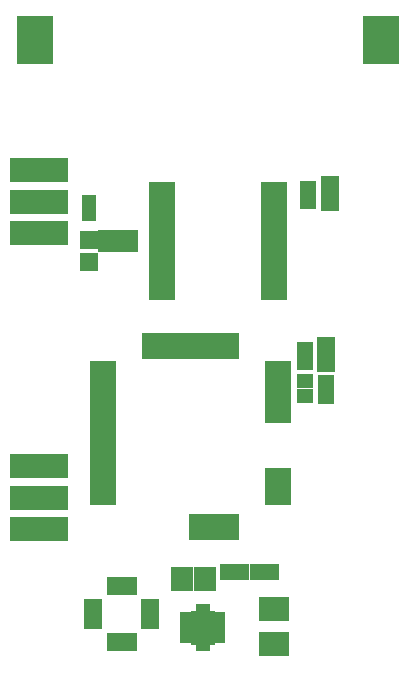
<source format=gtp>
G04*
G04 #@! TF.GenerationSoftware,Altium Limited,Altium Designer,20.2.7 (254)*
G04*
G04 Layer_Color=8421504*
%FSLAX44Y44*%
%MOMM*%
G71*
G04*
G04 #@! TF.SameCoordinates,4D7A2DC3-99A8-4A5B-9679-2B55FC54A80C*
G04*
G04*
G04 #@! TF.FilePolarity,Positive*
G04*
G01*
G75*
%ADD15R,1.2080X2.3080*%
%ADD16R,2.3080X1.2080*%
%ADD17R,1.6580X1.8580*%
%ADD18R,1.3580X1.3580*%
%ADD19R,1.4080X1.3080*%
%ADD20R,1.1080X0.7480*%
%ADD21R,2.1580X2.9080*%
%ADD22R,0.7580X1.1080*%
%ADD23R,2.5080X2.1580*%
%ADD24R,1.3580X1.3580*%
%ADD25R,1.9580X2.0580*%
%ADD26R,1.6080X2.5080*%
%ADD27R,2.5080X1.6080*%
%ADD28R,5.0080X2.0080*%
%ADD29R,1.6080X1.5080*%
%ADD30R,3.1080X4.0680*%
%ADD31R,2.3080X1.3080*%
%ADD32R,1.2280X1.1980*%
%ADD33R,1.5580X1.5080*%
D15*
X2019216Y1399178D02*
D03*
X2029216D02*
D03*
X2039216D02*
D03*
X2049216D02*
D03*
X2059216D02*
D03*
X2069216D02*
D03*
X2079216D02*
D03*
X2089216D02*
D03*
Y1246178D02*
D03*
X2079216D02*
D03*
X2069216D02*
D03*
X2059216D02*
D03*
D16*
X2128216Y1380178D02*
D03*
Y1370178D02*
D03*
Y1360178D02*
D03*
Y1350178D02*
D03*
Y1340178D02*
D03*
Y1290178D02*
D03*
Y1280178D02*
D03*
Y1270178D02*
D03*
X1980216Y1380178D02*
D03*
Y1370178D02*
D03*
Y1360178D02*
D03*
Y1350178D02*
D03*
Y1340178D02*
D03*
Y1330178D02*
D03*
Y1320178D02*
D03*
Y1310178D02*
D03*
Y1300178D02*
D03*
Y1290178D02*
D03*
Y1280178D02*
D03*
Y1270178D02*
D03*
X2029966Y1444186D02*
D03*
Y1532186D02*
D03*
X2124966D02*
D03*
Y1444186D02*
D03*
D17*
X1984134Y1488186D02*
D03*
X2001634D02*
D03*
D18*
X2168856Y1356958D02*
D03*
Y1367958D02*
D03*
D19*
X2151126Y1369458D02*
D03*
Y1356958D02*
D03*
Y1396808D02*
D03*
Y1384308D02*
D03*
X2153412Y1533206D02*
D03*
Y1520706D02*
D03*
D20*
X2050542Y1170620D02*
D03*
Y1165620D02*
D03*
Y1160620D02*
D03*
Y1155620D02*
D03*
Y1150620D02*
D03*
X2078542D02*
D03*
Y1155620D02*
D03*
Y1160620D02*
D03*
Y1165620D02*
D03*
Y1170620D02*
D03*
D21*
X2064542Y1160620D02*
D03*
D22*
X2067042Y1175120D02*
D03*
X2062042D02*
D03*
X2067042Y1146120D02*
D03*
X2062042D02*
D03*
D23*
X2124710Y1146538D02*
D03*
Y1176038D02*
D03*
D24*
X2111082Y1207770D02*
D03*
X2122082D02*
D03*
X2085682D02*
D03*
X2096682D02*
D03*
D25*
X2066392Y1201420D02*
D03*
X2047392D02*
D03*
D26*
X2019932Y1172080D02*
D03*
X1971932D02*
D03*
D27*
X1995932Y1196080D02*
D03*
Y1148080D02*
D03*
D28*
X1926336Y1270508D02*
D03*
Y1243838D02*
D03*
Y1297178D02*
D03*
Y1547876D02*
D03*
Y1494536D02*
D03*
Y1521206D02*
D03*
D29*
X2168906Y1384808D02*
D03*
Y1399308D02*
D03*
X2172462Y1535706D02*
D03*
Y1521206D02*
D03*
D30*
X1922896Y1658366D02*
D03*
X2215896D02*
D03*
D31*
X2029966Y1455186D02*
D03*
Y1466186D02*
D03*
Y1477186D02*
D03*
Y1488186D02*
D03*
Y1499186D02*
D03*
Y1510186D02*
D03*
Y1521186D02*
D03*
X2124966D02*
D03*
Y1510186D02*
D03*
Y1499186D02*
D03*
Y1488186D02*
D03*
Y1477186D02*
D03*
Y1466186D02*
D03*
Y1455186D02*
D03*
D32*
X1968500Y1521191D02*
D03*
Y1511091D02*
D03*
D33*
Y1488406D02*
D03*
Y1470406D02*
D03*
M02*

</source>
